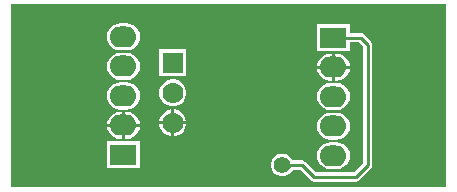
<source format=gbl>
G04*
G04 #@! TF.GenerationSoftware,Altium Limited,CircuitMaker,2.2.1 (2.2.1.6)*
G04*
G04 Layer_Physical_Order=2*
G04 Layer_Color=11436288*
%FSLAX24Y24*%
%MOIN*%
G70*
G04*
G04 #@! TF.SameCoordinates,CDB163E5-030E-4182-BE1C-8E83F9AF5388*
G04*
G04*
G04 #@! TF.FilePolarity,Positive*
G04*
G01*
G75*
%ADD11C,0.0100*%
%ADD29O,0.0900X0.0700*%
%ADD30R,0.0900X0.0700*%
%ADD31R,0.0700X0.0700*%
%ADD32C,0.0700*%
%ADD33C,0.0550*%
G36*
X23250Y9350D02*
X8750Y9350D01*
X8750Y15450D01*
X23250Y15450D01*
X23250Y9350D01*
X23250Y9350D02*
G37*
%LPC*%
G36*
X12600Y14822D02*
X12400Y14822D01*
X12283Y14807D01*
X12173Y14762D01*
X12079Y14689D01*
X12007Y14595D01*
X11962Y14486D01*
X11946Y14369D01*
X11962Y14251D01*
X12007Y14142D01*
X12079Y14048D01*
X12173Y13975D01*
X12283Y13930D01*
X12400Y13915D01*
X12600Y13915D01*
X12717Y13930D01*
X12827Y13975D01*
X12921Y14048D01*
X12993Y14142D01*
X13038Y14251D01*
X13054Y14369D01*
X13038Y14486D01*
X12993Y14595D01*
X12921Y14689D01*
X12827Y14762D01*
X12717Y14807D01*
X12600Y14822D01*
X12600Y14822D02*
G37*
G36*
X19600Y13813D02*
X19550Y13813D01*
X19550Y13409D01*
X20047Y13409D01*
X20038Y13477D01*
X19993Y13586D01*
X19921Y13680D01*
X19827Y13753D01*
X19717Y13798D01*
X19600Y13813D01*
X19600Y13813D02*
G37*
G36*
X19450Y13813D02*
X19400Y13813D01*
X19283Y13798D01*
X19173Y13753D01*
X19079Y13680D01*
X19007Y13586D01*
X18962Y13477D01*
X18953Y13409D01*
X19450Y13409D01*
X19450Y13813D01*
X19450Y13813D02*
G37*
G36*
X14600Y13950D02*
X13700Y13950D01*
X13700Y13050D01*
X14600Y13050D01*
X14600Y13950D01*
X14600Y13950D02*
G37*
G36*
X12600Y13838D02*
X12400Y13838D01*
X12283Y13823D01*
X12173Y13777D01*
X12079Y13705D01*
X12007Y13611D01*
X11962Y13502D01*
X11946Y13384D01*
X11962Y13267D01*
X12007Y13157D01*
X12079Y13063D01*
X12173Y12991D01*
X12283Y12946D01*
X12400Y12930D01*
X12600Y12930D01*
X12717Y12946D01*
X12827Y12991D01*
X12921Y13063D01*
X12993Y13157D01*
X13038Y13267D01*
X13054Y13384D01*
X13038Y13502D01*
X12993Y13611D01*
X12921Y13705D01*
X12827Y13777D01*
X12717Y13823D01*
X12600Y13838D01*
X12600Y13838D02*
G37*
G36*
X20047Y13309D02*
X19550Y13309D01*
X19550Y12906D01*
X19600Y12906D01*
X19717Y12921D01*
X19827Y12966D01*
X19921Y13039D01*
X19993Y13133D01*
X20038Y13242D01*
X20047Y13309D01*
X20047Y13309D02*
G37*
G36*
X19450Y13309D02*
X18953Y13309D01*
X18962Y13242D01*
X19007Y13133D01*
X19079Y13039D01*
X19173Y12966D01*
X19283Y12921D01*
X19400Y12906D01*
X19450Y12906D01*
X19450Y13309D01*
X19450Y13309D02*
G37*
G36*
X14209Y12950D02*
X14091Y12950D01*
X13976Y12919D01*
X13874Y12860D01*
X13790Y12776D01*
X13731Y12674D01*
X13700Y12559D01*
X13700Y12441D01*
X13731Y12326D01*
X13790Y12224D01*
X13874Y12140D01*
X13976Y12081D01*
X14091Y12050D01*
X14209Y12050D01*
X14324Y12081D01*
X14426Y12140D01*
X14510Y12224D01*
X14569Y12326D01*
X14600Y12441D01*
X14600Y12559D01*
X14569Y12674D01*
X14510Y12776D01*
X14426Y12860D01*
X14324Y12919D01*
X14209Y12950D01*
X14209Y12950D02*
G37*
G36*
X12600Y12854D02*
X12400Y12854D01*
X12283Y12838D01*
X12173Y12793D01*
X12079Y12721D01*
X12007Y12627D01*
X11962Y12517D01*
X11946Y12400D01*
X11962Y12283D01*
X12007Y12173D01*
X12079Y12079D01*
X12173Y12007D01*
X12283Y11962D01*
X12400Y11946D01*
X12600Y11946D01*
X12717Y11962D01*
X12827Y12007D01*
X12921Y12079D01*
X12993Y12173D01*
X13038Y12283D01*
X13054Y12400D01*
X13038Y12517D01*
X12993Y12627D01*
X12921Y12721D01*
X12827Y12793D01*
X12717Y12838D01*
X12600Y12854D01*
X12600Y12854D02*
G37*
G36*
X19600Y12829D02*
X19400Y12829D01*
X19283Y12814D01*
X19173Y12768D01*
X19079Y12696D01*
X19007Y12602D01*
X18962Y12493D01*
X18946Y12375D01*
X18962Y12258D01*
X19007Y12148D01*
X19079Y12054D01*
X19173Y11982D01*
X19283Y11937D01*
X19400Y11921D01*
X19600Y11921D01*
X19717Y11937D01*
X19827Y11982D01*
X19921Y12054D01*
X19993Y12148D01*
X20038Y12258D01*
X20054Y12375D01*
X20038Y12493D01*
X19993Y12602D01*
X19921Y12696D01*
X19827Y12768D01*
X19717Y12814D01*
X19600Y12829D01*
X19600Y12829D02*
G37*
G36*
X14209Y11950D02*
X14200Y11950D01*
X14200Y11550D01*
X14600Y11550D01*
X14600Y11559D01*
X14569Y11674D01*
X14510Y11776D01*
X14426Y11860D01*
X14324Y11919D01*
X14209Y11950D01*
X14209Y11950D02*
G37*
G36*
X14100Y11950D02*
X14091Y11950D01*
X13976Y11919D01*
X13874Y11860D01*
X13790Y11776D01*
X13731Y11674D01*
X13700Y11559D01*
X13700Y11550D01*
X14100Y11550D01*
X14100Y11950D01*
X14100Y11950D02*
G37*
G36*
X12600Y11870D02*
X12550Y11870D01*
X12550Y11466D01*
X13047Y11466D01*
X13038Y11533D01*
X12993Y11643D01*
X12921Y11737D01*
X12827Y11809D01*
X12717Y11854D01*
X12600Y11870D01*
X12600Y11870D02*
G37*
G36*
X12450Y11870D02*
X12400Y11870D01*
X12283Y11854D01*
X12173Y11809D01*
X12079Y11737D01*
X12007Y11643D01*
X11962Y11533D01*
X11953Y11466D01*
X12450Y11466D01*
X12450Y11870D01*
X12450Y11870D02*
G37*
G36*
X14600Y11450D02*
X14200Y11450D01*
X14200Y11050D01*
X14209Y11050D01*
X14324Y11081D01*
X14426Y11140D01*
X14510Y11224D01*
X14569Y11326D01*
X14600Y11441D01*
X14600Y11450D01*
X14600Y11450D02*
G37*
G36*
X14100Y11450D02*
X13700Y11450D01*
X13700Y11441D01*
X13731Y11326D01*
X13790Y11224D01*
X13874Y11140D01*
X13976Y11081D01*
X14091Y11050D01*
X14100Y11050D01*
X14100Y11450D01*
X14100Y11450D02*
G37*
G36*
X13047Y11366D02*
X12550Y11366D01*
X12550Y10962D01*
X12600Y10962D01*
X12717Y10977D01*
X12827Y11023D01*
X12921Y11095D01*
X12993Y11189D01*
X13038Y11298D01*
X13047Y11366D01*
X13047Y11366D02*
G37*
G36*
X12450Y11366D02*
X11953Y11366D01*
X11962Y11298D01*
X12007Y11189D01*
X12079Y11095D01*
X12173Y11023D01*
X12283Y10977D01*
X12400Y10962D01*
X12450Y10962D01*
X12450Y11366D01*
X12450Y11366D02*
G37*
G36*
X19600Y11845D02*
X19400Y11845D01*
X19283Y11829D01*
X19173Y11784D01*
X19079Y11712D01*
X19007Y11618D01*
X18962Y11508D01*
X18946Y11391D01*
X18962Y11273D01*
X19007Y11164D01*
X19079Y11070D01*
X19173Y10998D01*
X19283Y10953D01*
X19400Y10937D01*
X19600Y10937D01*
X19717Y10953D01*
X19827Y10998D01*
X19921Y11070D01*
X19993Y11164D01*
X20038Y11273D01*
X20054Y11391D01*
X20038Y11508D01*
X19993Y11618D01*
X19921Y11712D01*
X19827Y11784D01*
X19717Y11829D01*
X19600Y11845D01*
X19600Y11845D02*
G37*
G36*
X13050Y10882D02*
X11950Y10882D01*
X11950Y9981D01*
X13050Y9981D01*
X13050Y10882D01*
X13050Y10882D02*
G37*
G36*
X19600Y10861D02*
X19400Y10861D01*
X19283Y10845D01*
X19173Y10800D01*
X19079Y10728D01*
X19007Y10634D01*
X18962Y10524D01*
X18946Y10407D01*
X18962Y10289D01*
X19007Y10180D01*
X19079Y10086D01*
X19173Y10014D01*
X19283Y9968D01*
X19400Y9953D01*
X19600Y9953D01*
X19717Y9968D01*
X19827Y10014D01*
X19921Y10086D01*
X19993Y10180D01*
X20038Y10289D01*
X20054Y10407D01*
X20038Y10524D01*
X19993Y10634D01*
X19921Y10728D01*
X19827Y10800D01*
X19717Y10845D01*
X19600Y10861D01*
X19600Y10861D02*
G37*
G36*
X20050Y14794D02*
X18950Y14794D01*
X18950Y13894D01*
X20050Y13894D01*
X20050Y14191D01*
X20343Y14191D01*
X20497Y14037D01*
X20497Y10163D01*
X20187Y9853D01*
X18913Y9853D01*
X18558Y10208D01*
X18509Y10241D01*
X18450Y10253D01*
X18145Y10253D01*
X18100Y10330D01*
X18030Y10400D01*
X17945Y10449D01*
X17849Y10475D01*
X17751Y10475D01*
X17655Y10449D01*
X17570Y10400D01*
X17500Y10330D01*
X17451Y10245D01*
X17425Y10149D01*
X17425Y10051D01*
X17451Y9955D01*
X17500Y9870D01*
X17570Y9800D01*
X17655Y9751D01*
X17751Y9725D01*
X17849Y9725D01*
X17945Y9751D01*
X18030Y9800D01*
X18100Y9870D01*
X18145Y9947D01*
X18387Y9947D01*
X18742Y9592D01*
X18791Y9559D01*
X18801Y9557D01*
X18850Y9547D01*
X20250Y9547D01*
X20309Y9559D01*
X20358Y9592D01*
X20758Y9992D01*
X20791Y10041D01*
X20793Y10051D01*
X20803Y10100D01*
X20803Y14100D01*
X20791Y14159D01*
X20758Y14208D01*
X20514Y14452D01*
X20465Y14485D01*
X20406Y14497D01*
X20050Y14497D01*
X20050Y14794D01*
X20050Y14794D02*
G37*
%LPD*%
D11*
X17925Y9975D02*
X18050Y10100D01*
X18450Y10100D02*
X18850Y9700D01*
X18050Y10100D02*
X18450Y10100D01*
X18850Y9700D02*
X20250Y9700D01*
X20650Y10100D01*
X20650Y14100D01*
X20406Y14344D02*
X20650Y14100D01*
X19500Y14344D02*
X20406Y14344D01*
D29*
X12500Y12400D02*
D03*
X12500Y11416D02*
D03*
X12500Y13384D02*
D03*
X12500Y14369D02*
D03*
X19500Y12375D02*
D03*
X19500Y13359D02*
D03*
X19500Y11391D02*
D03*
X19500Y10407D02*
D03*
D30*
X12500Y10431D02*
D03*
X19500Y14344D02*
D03*
D31*
X14150Y13500D02*
D03*
D32*
X14150Y11500D02*
D03*
X14150Y12500D02*
D03*
D33*
X17800Y10100D02*
D03*
M02*

</source>
